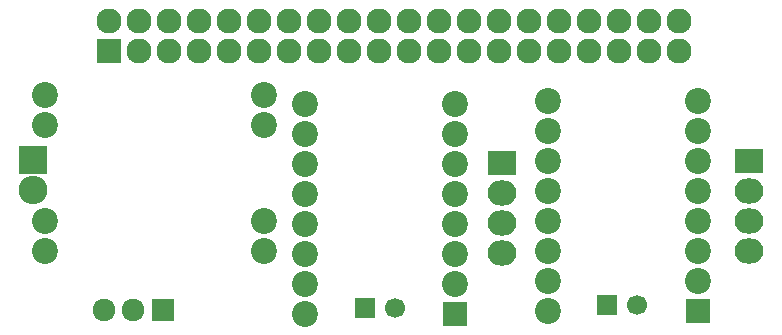
<source format=gbr>
G04 #@! TF.FileFunction,Soldermask,Bot*
%FSLAX46Y46*%
G04 Gerber Fmt 4.6, Leading zero omitted, Abs format (unit mm)*
G04 Created by KiCad (PCBNEW 4.0.2+dfsg1-stable) date ថ្ងៃ​ព្រហស្បតិ៍ ថ្ងៃ 15 ខែ មិនា ឆ្នាំ  2018, 15 ម៉ោង m នាទី 28 វិនាទី​*
%MOMM*%
G01*
G04 APERTURE LIST*
%ADD10C,0.100000*%
%ADD11R,2.127200X2.127200*%
%ADD12O,2.127200X2.127200*%
%ADD13R,2.432000X2.127200*%
%ADD14O,2.432000X2.127200*%
%ADD15C,1.700000*%
%ADD16R,1.700000X1.700000*%
%ADD17R,2.150000X2.150000*%
%ADD18C,2.200000*%
%ADD19R,2.432000X2.432000*%
%ADD20O,2.432000X2.432000*%
%ADD21C,1.924000*%
%ADD22R,1.924000X1.924000*%
G04 APERTURE END LIST*
D10*
D11*
X129430000Y-98340000D03*
D12*
X129430000Y-95800000D03*
X131970000Y-98340000D03*
X131970000Y-95800000D03*
X134510000Y-98340000D03*
X134510000Y-95800000D03*
X137050000Y-98340000D03*
X137050000Y-95800000D03*
X139590000Y-98340000D03*
X139590000Y-95800000D03*
X142130000Y-98340000D03*
X142130000Y-95800000D03*
X144670000Y-98340000D03*
X144670000Y-95800000D03*
X147210000Y-98340000D03*
X147210000Y-95800000D03*
X149750000Y-98340000D03*
X149750000Y-95800000D03*
X152290000Y-98340000D03*
X152290000Y-95800000D03*
X154830000Y-98340000D03*
X154830000Y-95800000D03*
X157370000Y-98340000D03*
X157370000Y-95800000D03*
X159910000Y-98340000D03*
X159910000Y-95800000D03*
X162450000Y-98340000D03*
X162450000Y-95800000D03*
X164990000Y-98340000D03*
X164990000Y-95800000D03*
X167530000Y-98340000D03*
X167530000Y-95800000D03*
X170070000Y-98340000D03*
X170070000Y-95800000D03*
X172610000Y-98340000D03*
X172610000Y-95800000D03*
X175150000Y-98340000D03*
X175150000Y-95800000D03*
X177690000Y-98340000D03*
X177690000Y-95800000D03*
D13*
X183660000Y-107710000D03*
D14*
X183660000Y-110250000D03*
X183660000Y-112790000D03*
X183660000Y-115330000D03*
D15*
X153670000Y-120180000D03*
D16*
X151170000Y-120180000D03*
D15*
X174150000Y-119870000D03*
D16*
X171650000Y-119870000D03*
D17*
X179340000Y-120390000D03*
D18*
X179340000Y-117850000D03*
X179340000Y-115310000D03*
X179340000Y-112770000D03*
X179340000Y-110230000D03*
X179340000Y-107690000D03*
X179340000Y-105150000D03*
X179340000Y-102610000D03*
X166640000Y-120390000D03*
X166640000Y-117850000D03*
X166640000Y-115310000D03*
X166640000Y-112770000D03*
X166640000Y-110230000D03*
X166640000Y-105150000D03*
X166640000Y-107690000D03*
X166640000Y-102610000D03*
D17*
X158750000Y-120650000D03*
D18*
X158750000Y-118110000D03*
X158750000Y-115570000D03*
X158750000Y-113030000D03*
X158750000Y-110490000D03*
X158750000Y-107950000D03*
X158750000Y-105410000D03*
X158750000Y-102870000D03*
X146050000Y-120650000D03*
X146050000Y-118110000D03*
X146050000Y-115570000D03*
X146050000Y-113030000D03*
X146050000Y-110490000D03*
X146050000Y-105410000D03*
X146050000Y-107950000D03*
X146050000Y-102870000D03*
D19*
X123030000Y-107610000D03*
D20*
X123030000Y-110150000D03*
D18*
X124079000Y-102072000D03*
X124079000Y-104612000D03*
X124079000Y-115280000D03*
X124079000Y-112740000D03*
X142621000Y-102072000D03*
X142621000Y-104612000D03*
X142621000Y-112740000D03*
X142621000Y-115280000D03*
D13*
X162720000Y-107880000D03*
D14*
X162720000Y-110420000D03*
X162720000Y-112960000D03*
X162720000Y-115500000D03*
D21*
X131520000Y-120280000D03*
D22*
X134020000Y-120280000D03*
D21*
X129020000Y-120280000D03*
M02*

</source>
